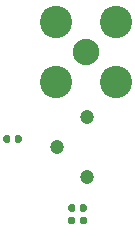
<source format=gbr>
G04 #@! TF.GenerationSoftware,KiCad,Pcbnew,(5.99.0-2215-gb084305b1)*
G04 #@! TF.CreationDate,2020-09-12T17:30:21-04:00*
G04 #@! TF.ProjectId,kicad-sipm,6b696361-642d-4736-9970-6d2e6b696361,rev?*
G04 #@! TF.SameCoordinates,Original*
G04 #@! TF.FileFunction,Soldermask,Bot*
G04 #@! TF.FilePolarity,Negative*
%FSLAX46Y46*%
G04 Gerber Fmt 4.6, Leading zero omitted, Abs format (unit mm)*
G04 Created by KiCad (PCBNEW (5.99.0-2215-gb084305b1)) date 2020-09-12 17:30:21*
%MOMM*%
%LPD*%
G01*
G04 APERTURE LIST*
%ADD10C,2.240000*%
%ADD11C,2.740000*%
%ADD12C,1.200000*%
G04 APERTURE END LIST*
G36*
G01*
X93847400Y-99467500D02*
X93847400Y-99122500D01*
G75*
G02*
X93994900Y-98975000I147500J0D01*
G01*
X94289900Y-98975000D01*
G75*
G02*
X94437400Y-99122500I0J-147500D01*
G01*
X94437400Y-99467500D01*
G75*
G02*
X94289900Y-99615000I-147500J0D01*
G01*
X93994900Y-99615000D01*
G75*
G02*
X93847400Y-99467500I0J147500D01*
G01*
G37*
G36*
G01*
X92877400Y-99467500D02*
X92877400Y-99122500D01*
G75*
G02*
X93024900Y-98975000I147500J0D01*
G01*
X93319900Y-98975000D01*
G75*
G02*
X93467400Y-99122500I0J-147500D01*
G01*
X93467400Y-99467500D01*
G75*
G02*
X93319900Y-99615000I-147500J0D01*
G01*
X93024900Y-99615000D01*
G75*
G02*
X92877400Y-99467500I0J147500D01*
G01*
G37*
G36*
G01*
X99365000Y-105322500D02*
X99365000Y-104977500D01*
G75*
G02*
X99512500Y-104830000I147500J0D01*
G01*
X99807500Y-104830000D01*
G75*
G02*
X99955000Y-104977500I0J-147500D01*
G01*
X99955000Y-105322500D01*
G75*
G02*
X99807500Y-105470000I-147500J0D01*
G01*
X99512500Y-105470000D01*
G75*
G02*
X99365000Y-105322500I0J147500D01*
G01*
G37*
G36*
G01*
X98395000Y-105322500D02*
X98395000Y-104977500D01*
G75*
G02*
X98542500Y-104830000I147500J0D01*
G01*
X98837500Y-104830000D01*
G75*
G02*
X98985000Y-104977500I0J-147500D01*
G01*
X98985000Y-105322500D01*
G75*
G02*
X98837500Y-105470000I-147500J0D01*
G01*
X98542500Y-105470000D01*
G75*
G02*
X98395000Y-105322500I0J147500D01*
G01*
G37*
D10*
X99900000Y-91925000D03*
D11*
X97360000Y-89385000D03*
X102440000Y-89385000D03*
X102440000Y-94465000D03*
X97360000Y-94465000D03*
D12*
X97460000Y-100000000D03*
X100000000Y-102540000D03*
X100000000Y-97460000D03*
G36*
G01*
X99940000Y-106027500D02*
X99940000Y-106372500D01*
G75*
G02*
X99792500Y-106520000I-147500J0D01*
G01*
X99497500Y-106520000D01*
G75*
G02*
X99350000Y-106372500I0J147500D01*
G01*
X99350000Y-106027500D01*
G75*
G02*
X99497500Y-105880000I147500J0D01*
G01*
X99792500Y-105880000D01*
G75*
G02*
X99940000Y-106027500I0J-147500D01*
G01*
G37*
G36*
G01*
X98970000Y-106027500D02*
X98970000Y-106372500D01*
G75*
G02*
X98822500Y-106520000I-147500J0D01*
G01*
X98527500Y-106520000D01*
G75*
G02*
X98380000Y-106372500I0J147500D01*
G01*
X98380000Y-106027500D01*
G75*
G02*
X98527500Y-105880000I147500J0D01*
G01*
X98822500Y-105880000D01*
G75*
G02*
X98970000Y-106027500I0J-147500D01*
G01*
G37*
M02*

</source>
